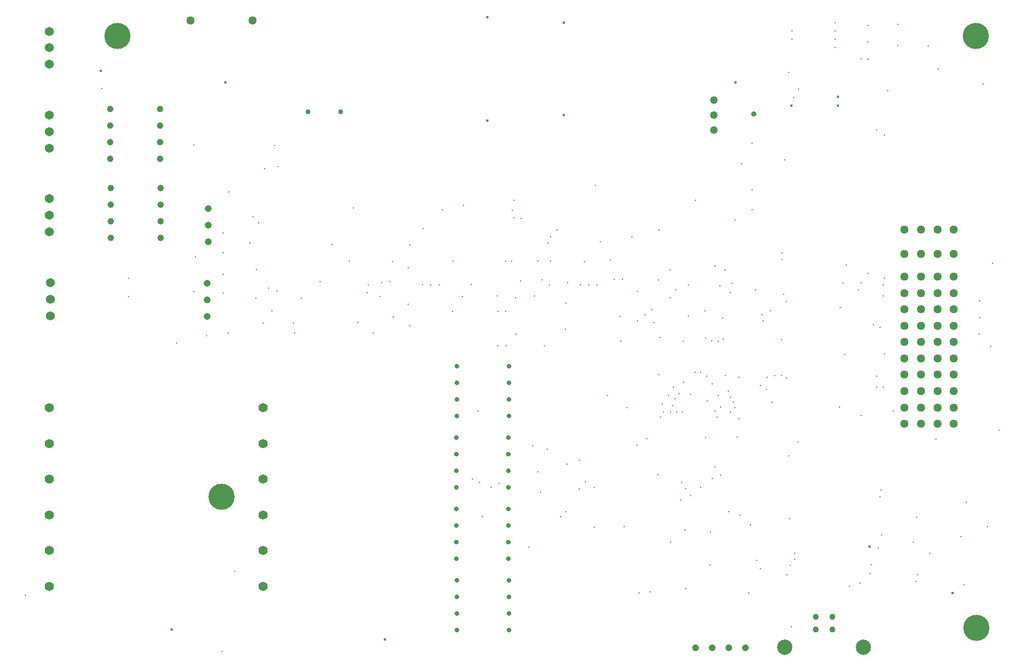
<source format=gbr>
%TF.GenerationSoftware,Altium Limited,Altium Designer,22.2.1 (43)*%
G04 Layer_Color=0*
%FSLAX44Y44*%
%MOMM*%
%TF.SameCoordinates,040CE2E0-B857-4D47-B26F-9B72162B56B4*%
%TF.FilePolarity,Positive*%
%TF.FileFunction,Plated,1,4,PTH,Drill*%
%TF.Part,Single*%
G01*
G75*
%TA.AperFunction,ComponentDrill*%
%ADD191C,1.2954*%
%ADD192C,1.0400*%
%ADD193C,1.3000*%
%ADD194C,0.7400*%
%ADD195C,1.3970*%
%ADD196C,1.1800*%
%ADD197C,1.0700*%
%ADD198C,0.9906*%
%ADD199C,0.7500*%
%ADD200C,1.3700*%
%ADD201C,0.9200*%
%ADD202C,2.3300*%
%TA.AperFunction,ViaDrill,NotFilled*%
%ADD203C,0.3000*%
%ADD204C,0.4000*%
%ADD205C,4.0000*%
%ADD206C,0.8000*%
D191*
X1701038Y915416D02*
D03*
X1676146D02*
D03*
X1651000D02*
D03*
X1626108D02*
D03*
X1701038Y878586D02*
D03*
X1676146D02*
D03*
X1651000D02*
D03*
X1626108D02*
D03*
X1701038Y843534D02*
D03*
X1676146D02*
D03*
X1651000D02*
D03*
X1626108D02*
D03*
X1701038Y818388D02*
D03*
X1676146D02*
D03*
X1651000D02*
D03*
X1626108D02*
D03*
X1701038Y793496D02*
D03*
X1676146D02*
D03*
X1651000D02*
D03*
X1626108D02*
D03*
X1701038Y768604D02*
D03*
X1676146D02*
D03*
X1651000D02*
D03*
X1626108D02*
D03*
X1701038Y743458D02*
D03*
X1676146D02*
D03*
X1651000D02*
D03*
X1626108D02*
D03*
X1701038Y718566D02*
D03*
X1676146D02*
D03*
X1651000D02*
D03*
X1626108D02*
D03*
X1701038Y693420D02*
D03*
X1676146D02*
D03*
X1651000D02*
D03*
X1626108D02*
D03*
X1701038Y668528D02*
D03*
X1676146D02*
D03*
X1651000D02*
D03*
X1626108D02*
D03*
X1701038Y643382D02*
D03*
X1676146D02*
D03*
X1651000D02*
D03*
X1626108D02*
D03*
X1701038Y618490D02*
D03*
X1676146D02*
D03*
X1651000D02*
D03*
X1626108D02*
D03*
D192*
X1383030Y275590D02*
D03*
X1357630D02*
D03*
X1332230D02*
D03*
X1306830D02*
D03*
D193*
X534010Y1235710D02*
D03*
X629310D02*
D03*
D194*
X1021410Y706120D02*
D03*
Y680720D02*
D03*
Y655320D02*
D03*
Y629920D02*
D03*
X942010D02*
D03*
Y655320D02*
D03*
Y706120D02*
D03*
Y680720D02*
D03*
X1020140Y596900D02*
D03*
Y571500D02*
D03*
Y546100D02*
D03*
Y520700D02*
D03*
X940740D02*
D03*
Y546100D02*
D03*
Y596900D02*
D03*
Y571500D02*
D03*
Y462280D02*
D03*
Y487680D02*
D03*
Y436880D02*
D03*
Y411480D02*
D03*
X1020140D02*
D03*
Y436880D02*
D03*
Y462280D02*
D03*
Y487680D02*
D03*
X942010Y353060D02*
D03*
Y378460D02*
D03*
Y327660D02*
D03*
Y302260D02*
D03*
X1021410D02*
D03*
Y327660D02*
D03*
Y353060D02*
D03*
Y378460D02*
D03*
D195*
X645160Y533400D02*
D03*
Y588010D02*
D03*
Y642620D02*
D03*
Y369570D02*
D03*
Y424180D02*
D03*
Y478790D02*
D03*
X318770Y533400D02*
D03*
Y588010D02*
D03*
Y642620D02*
D03*
Y478790D02*
D03*
Y424180D02*
D03*
Y369570D02*
D03*
D196*
X1334770Y1113730D02*
D03*
Y1090930D02*
D03*
Y1068130D02*
D03*
D197*
X560070Y833120D02*
D03*
Y807720D02*
D03*
Y782320D02*
D03*
X561340Y947420D02*
D03*
Y922020D02*
D03*
Y896620D02*
D03*
D198*
X488950Y979170D02*
D03*
Y953770D02*
D03*
Y928370D02*
D03*
Y902970D02*
D03*
X412750D02*
D03*
Y928370D02*
D03*
Y953770D02*
D03*
Y979170D02*
D03*
X487680Y1099820D02*
D03*
Y1074420D02*
D03*
Y1049020D02*
D03*
Y1023620D02*
D03*
X411480D02*
D03*
Y1049020D02*
D03*
Y1074420D02*
D03*
Y1099820D02*
D03*
D199*
X764140Y1096010D02*
D03*
X714140D02*
D03*
D200*
X320040Y834340D02*
D03*
Y808990D02*
D03*
Y783640D02*
D03*
X318770Y962594D02*
D03*
Y937243D02*
D03*
Y911893D02*
D03*
Y1090847D02*
D03*
Y1065497D02*
D03*
Y1040147D02*
D03*
Y1219100D02*
D03*
Y1193750D02*
D03*
Y1168400D02*
D03*
D201*
X1515670Y323166D02*
D03*
X1490670D02*
D03*
Y303165D02*
D03*
X1515670D02*
D03*
D202*
X1442970Y276066D02*
D03*
X1563370D02*
D03*
D203*
X824230Y812800D02*
D03*
X1559560Y834390D02*
D03*
X1593850Y814070D02*
D03*
X1249680Y838200D02*
D03*
X1243330Y773430D02*
D03*
X1217930Y775970D02*
D03*
X1229360Y784860D02*
D03*
X1217930Y820420D02*
D03*
X1239520Y792480D02*
D03*
X1336040Y859790D02*
D03*
X1250950Y693420D02*
D03*
X1591310Y448310D02*
D03*
X1573530Y388620D02*
D03*
X1558290Y374650D02*
D03*
X1569542Y848327D02*
D03*
X1643380Y377190D02*
D03*
X1541780Y369570D02*
D03*
X1717040Y372110D02*
D03*
X1757680Y736600D02*
D03*
X1390650Y463550D02*
D03*
X1526540Y643890D02*
D03*
X1449070Y568960D02*
D03*
X1593850Y830580D02*
D03*
X1770380Y608330D02*
D03*
X1534160Y723900D02*
D03*
X1645920Y387350D02*
D03*
X1527810Y796290D02*
D03*
X1595120Y725170D02*
D03*
X1583690Y690880D02*
D03*
Y674370D02*
D03*
X1593850D02*
D03*
X1586230Y427990D02*
D03*
X1590040Y516890D02*
D03*
X1588770Y506730D02*
D03*
X1574800Y402590D02*
D03*
X1291590Y365760D02*
D03*
X1438910Y869950D02*
D03*
Y880110D02*
D03*
X1442720Y1022350D02*
D03*
X1445260Y805180D02*
D03*
X1441450Y816610D02*
D03*
X1437640Y746760D02*
D03*
X1609090Y637540D02*
D03*
X1450340Y472440D02*
D03*
X1463040Y590550D02*
D03*
X1295400Y783590D02*
D03*
X1306830Y960120D02*
D03*
X1250950Y914400D02*
D03*
X1084580Y904240D02*
D03*
X1094740Y914400D02*
D03*
X890270Y916940D02*
D03*
X919480Y946150D02*
D03*
X1153160Y982980D02*
D03*
X1108710Y802640D02*
D03*
X867410Y801370D02*
D03*
X843280Y866140D02*
D03*
X1366520Y929640D02*
D03*
X1107690Y763020D02*
D03*
X1195070Y839470D02*
D03*
X1083310Y830580D02*
D03*
X1136650Y866140D02*
D03*
X1110955Y834040D02*
D03*
X1025865Y867060D02*
D03*
X1031240Y811530D02*
D03*
X1017270Y737870D02*
D03*
X1271270Y646430D02*
D03*
X1004570Y737870D02*
D03*
X1256030Y648970D02*
D03*
X1201420Y642620D02*
D03*
X1060450Y814070D02*
D03*
X963930Y831850D02*
D03*
X839470Y835660D02*
D03*
X867410Y857250D02*
D03*
X949960Y812800D02*
D03*
X844255Y781970D02*
D03*
X1004570Y789940D02*
D03*
X1084580Y867410D02*
D03*
X1071626Y838454D02*
D03*
X1065530Y867410D02*
D03*
X1421130Y791210D02*
D03*
X1287780Y744220D02*
D03*
X1323340Y690880D02*
D03*
X1252220Y750570D02*
D03*
X1372870Y689610D02*
D03*
X826770Y834390D02*
D03*
X806450Y830580D02*
D03*
X1003300Y814070D02*
D03*
X1038860Y836930D02*
D03*
X1192530Y744220D02*
D03*
X1595120Y840740D02*
D03*
X1578610Y769620D02*
D03*
X1588770Y765810D02*
D03*
X804797Y819027D02*
D03*
X914400Y830580D02*
D03*
X901700D02*
D03*
X889000Y831850D02*
D03*
X1155700Y830580D02*
D03*
X1143000D02*
D03*
X1130300D02*
D03*
X1341120Y744220D02*
D03*
X1348740Y748030D02*
D03*
X1330960Y745490D02*
D03*
X1322070Y749300D02*
D03*
X1388110Y359410D02*
D03*
X1452880Y307340D02*
D03*
X1272540Y674370D02*
D03*
X1160780Y896620D02*
D03*
X1080770Y895350D02*
D03*
X869950Y891540D02*
D03*
X789940Y773430D02*
D03*
X869950Y768350D02*
D03*
X1032510Y755650D02*
D03*
X1065530Y544830D02*
D03*
X1287780Y681990D02*
D03*
X1069340Y513080D02*
D03*
X1051560Y429260D02*
D03*
X1264920Y661670D02*
D03*
X974090Y637540D02*
D03*
X1220470Y359410D02*
D03*
X1236980Y360680D02*
D03*
X1257300Y636270D02*
D03*
X1253490Y628650D02*
D03*
X1366520Y642620D02*
D03*
X1363980Y651510D02*
D03*
X1360170Y659130D02*
D03*
X1151890Y459740D02*
D03*
Y520700D02*
D03*
X1356360Y668020D02*
D03*
X1569720Y1176020D02*
D03*
X1520190Y1206500D02*
D03*
X1414780Y670560D02*
D03*
X1416050Y689610D02*
D03*
X1437640Y692150D02*
D03*
X1569720Y1202690D02*
D03*
X1520190Y1219200D02*
D03*
X1427480Y692150D02*
D03*
X1231900Y595630D02*
D03*
X1341120Y661670D02*
D03*
X1249360Y540700D02*
D03*
X1352550Y692150D02*
D03*
X1348180Y780490D02*
D03*
X1600200Y1127760D02*
D03*
X1520190Y1193800D02*
D03*
X1398270Y822960D02*
D03*
X1360170Y819150D02*
D03*
X1276350Y822960D02*
D03*
X1209040Y904240D02*
D03*
X647700Y1008380D02*
D03*
X980440Y476250D02*
D03*
X1099820D02*
D03*
X1299210Y508000D02*
D03*
X1314450Y520700D02*
D03*
Y697230D02*
D03*
X1305560D02*
D03*
X1328420Y402590D02*
D03*
X1268730Y636270D02*
D03*
X1285240Y528320D02*
D03*
X1277620Y636270D02*
D03*
X1286510D02*
D03*
X1291590Y519430D02*
D03*
X1322070Y596900D02*
D03*
X1329690Y452120D02*
D03*
X1005840Y527050D02*
D03*
X668020Y1012190D02*
D03*
X1108710Y483870D02*
D03*
X1283970Y501650D02*
D03*
X1040130Y932180D02*
D03*
X994410Y521129D02*
D03*
X1290320Y455930D02*
D03*
X1332230Y534670D02*
D03*
X1275080Y656590D02*
D03*
X1028700Y933450D02*
D03*
X976630Y529022D02*
D03*
X662940Y1043940D02*
D03*
X1357630Y483870D02*
D03*
X1344930Y539750D02*
D03*
X1281430Y664210D02*
D03*
X1026160Y944880D02*
D03*
X965200Y533400D02*
D03*
X398780Y1131570D02*
D03*
X1374140Y478790D02*
D03*
X1299210Y662940D02*
D03*
X1028700Y960120D02*
D03*
X1336040Y552450D02*
D03*
X1332230Y679450D02*
D03*
X1451610Y401320D02*
D03*
X1324610Y652780D02*
D03*
X1423670Y651510D02*
D03*
X1336040Y637540D02*
D03*
X1339850Y628650D02*
D03*
X1344930Y643890D02*
D03*
X1360170Y636270D02*
D03*
X1372870Y626110D02*
D03*
X1370330Y598170D02*
D03*
X1182370Y839470D02*
D03*
X1191260Y782320D02*
D03*
X1109980Y556260D02*
D03*
X952050Y952530D02*
D03*
X1445260Y688340D02*
D03*
X542290Y873760D02*
D03*
X539750Y820420D02*
D03*
X1172210Y661670D02*
D03*
X1075690Y737870D02*
D03*
X1295400Y830580D02*
D03*
X1320800Y791210D02*
D03*
X1361440Y833120D02*
D03*
X1343660Y829310D02*
D03*
X635000Y854710D02*
D03*
X645160Y772160D02*
D03*
X692150D02*
D03*
X1399540Y408940D02*
D03*
X1457960Y420370D02*
D03*
X1559560Y631190D02*
D03*
X814070Y756920D02*
D03*
X1405890Y396240D02*
D03*
X1457942Y410772D02*
D03*
X558800Y753110D02*
D03*
X1267460Y853440D02*
D03*
X1267590Y811660D02*
D03*
X1197610Y461010D02*
D03*
X1268730Y436880D02*
D03*
X1216660Y585470D02*
D03*
X1752600Y461010D02*
D03*
X1711960Y445770D02*
D03*
X1720850Y497840D02*
D03*
X1644650Y474980D02*
D03*
X1639570Y436880D02*
D03*
X593090Y972820D02*
D03*
X629920Y934720D02*
D03*
X750570Y892810D02*
D03*
X1409700Y775970D02*
D03*
X1408430Y784860D02*
D03*
X539750Y1045210D02*
D03*
X1393190Y1047750D02*
D03*
X1464310Y1130300D02*
D03*
X1583690Y1068070D02*
D03*
X1595120Y1060450D02*
D03*
X1741170Y806450D02*
D03*
Y781050D02*
D03*
X1739900Y755650D02*
D03*
X1555750Y822960D02*
D03*
X1531620Y833120D02*
D03*
X1615440Y1229360D02*
D03*
Y1197610D02*
D03*
X1559560Y1177290D02*
D03*
X1662430Y1196340D02*
D03*
X1351280Y853440D02*
D03*
X1137920Y529590D02*
D03*
X1129030Y562610D02*
D03*
Y518160D02*
D03*
X1664970Y420370D02*
D03*
X1673860Y594360D02*
D03*
X1760220Y863600D02*
D03*
X1456690Y1117600D02*
D03*
X1536700Y861060D02*
D03*
X1393190Y946150D02*
D03*
Y976630D02*
D03*
X1376680Y1016000D02*
D03*
X1405890Y676910D02*
D03*
X1446530Y387350D02*
D03*
X513080Y741680D02*
D03*
X281940Y355600D02*
D03*
X582930Y269240D02*
D03*
X777240Y867410D02*
D03*
X1016000Y789940D02*
D03*
X934720D02*
D03*
X935990Y867410D02*
D03*
X1016000D02*
D03*
X1176020Y868680D02*
D03*
X1079500Y579120D02*
D03*
X1057910Y584200D02*
D03*
X783590Y948690D02*
D03*
X703580Y810260D02*
D03*
X732790Y835660D02*
D03*
X659130Y791210D02*
D03*
X666750Y821690D02*
D03*
X654050Y825500D02*
D03*
X624840Y895350D02*
D03*
X638810Y925830D02*
D03*
X634730Y810260D02*
D03*
X584200Y817880D02*
D03*
Y847090D02*
D03*
X584350Y910740D02*
D03*
X584200Y880110D02*
D03*
X693420Y756920D02*
D03*
X591820D02*
D03*
X601980Y392430D02*
D03*
X439420Y812800D02*
D03*
Y840740D02*
D03*
X1449070Y1155700D02*
D03*
X1454150Y1206500D02*
D03*
Y1219200D02*
D03*
X1746250Y1137920D02*
D03*
X1677670Y1160780D02*
D03*
X1520190Y1231900D02*
D03*
X1569720Y1228090D02*
D03*
D204*
X1572260Y430530D02*
D03*
X1699647Y359410D02*
D03*
X397510Y1158240D02*
D03*
X1524000Y1118870D02*
D03*
Y1104900D02*
D03*
X831611Y288529D02*
D03*
X505460Y303530D02*
D03*
X1452880Y1104900D02*
D03*
X1367790Y1140460D02*
D03*
X588010D02*
D03*
X988060Y1082040D02*
D03*
X1104900Y1090930D02*
D03*
X988060Y1240790D02*
D03*
X1104900Y1231900D02*
D03*
D205*
X581660Y506730D02*
D03*
X422910Y1211580D02*
D03*
X1734820D02*
D03*
X1736090Y306070D02*
D03*
D206*
X1395730Y1092200D02*
D03*
%TF.MD5,00e7e4a505a19d6ec62d454c61645e76*%
M02*

</source>
